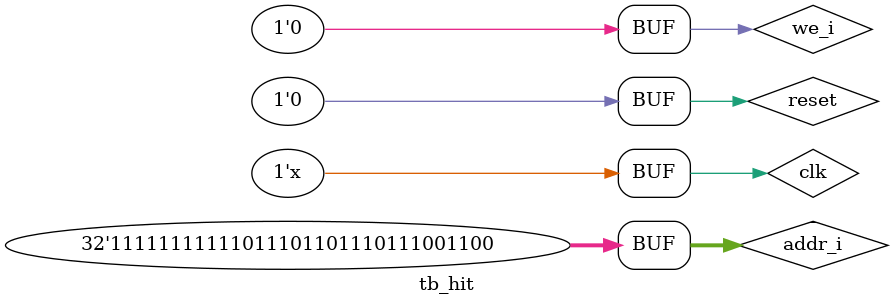
<source format=sv>
`timescale 1ns / 10ps

module tb_hit;

    logic clk;
    logic reset;
    logic [31:0] addr_i;
    logic we_i;
    logic [31:0] data_o;
    logic set_o;
    logic hit_o;
    logic [2:0] set, set_conta;
    // Instancia del módulo module_hit
    module_hit #(
        .largo(7),
        .ancho(32)
    ) uut (
        .clk(clk),
        .reset(reset),
        .addr_i(addr_i),
        .we_i(we_i),
        .data_o(data_o),
        .set_o(set_o),
        .set(set), .set_conta(set_conta),
        .hit_o(hit_o)
    );

    // Generación de señales de prueba
    initial begin
        clk = 0;
        reset = 0;

        // Simular escritura en la caché
        addr_i = 32'hAABBCCDD;
        we_i = 1;
        
        #250 
        
        // Simular lectura en la caché (acertado)
        we_i = 0;       
        addr_i = 32'hAABBCCDD;
        we_i = 0;
        #250;

        // Simular lectura en la caché (fallo)
        addr_i = 32'hFFEEDDCC;
        we_i = 0;
        #250;

    end

    // Generación de señal de reloj
    always begin
        #10 clk = ~clk;
    end

endmodule

</source>
